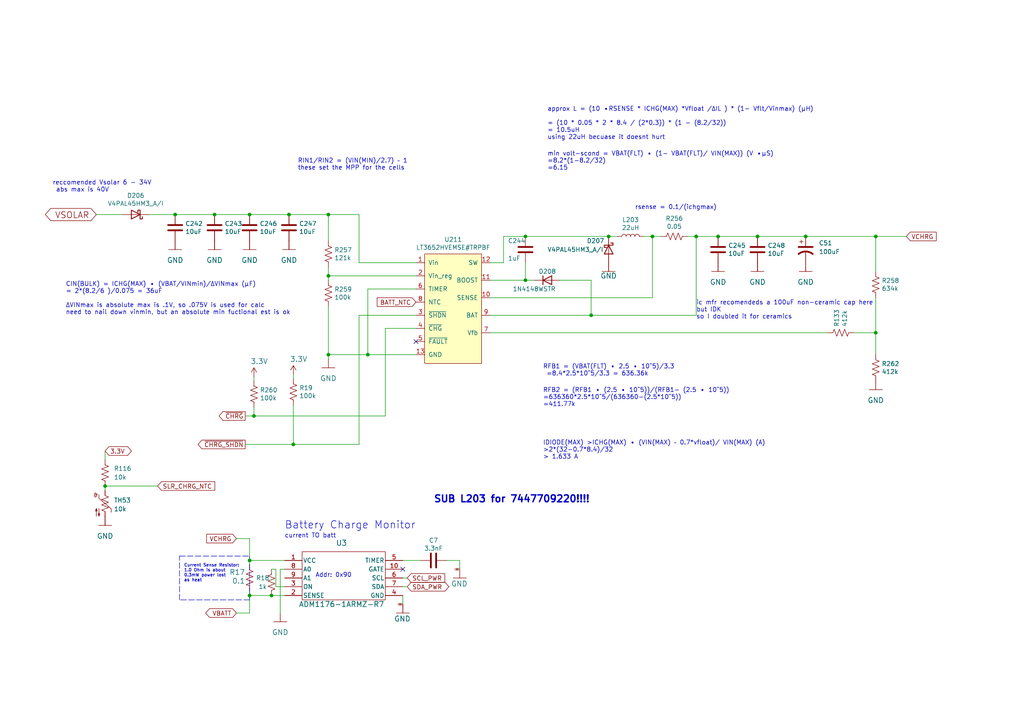
<source format=kicad_sch>
(kicad_sch (version 20211123) (generator eeschema)
  (paper "A4")
  (lib_symbols
    (symbol "Device:C" (pin_numbers hide) (pin_names (offset 0.254))
      (property "Reference" "C" (at 0.635 2.54 0))
      (property "Value" "C" (at 0.635 -2.54 0))
      (symbol "C_0_1"
        (polyline (pts (xy -2.032 -0.762) (xy 2.032 -0.762)) (stroke (width 0.508)))
        (polyline (pts (xy -2.032 0.762) (xy 2.032 0.762)) (stroke (width 0.508)))
      )
      (symbol "C_1_1"
        (pin passive line (at 0 3.81 270) (length 2.794) (name "~") (number "1"))
        (pin passive line (at 0 -3.81 90) (length 2.794) (name "~") (number "2"))
      )
    )
    (symbol "Device:C_Polarized_US" (pin_numbers hide) (pin_names (offset 0.254) hide)
      (property "Reference" "C" (at 0.635 2.54 0))
      (property "Value" "C_Polarized_US" (at 0.635 -2.54 0))
      (symbol "C_Polarized_US_0_1"
        (polyline (pts (xy -2.032 0.762) (xy 2.032 0.762)) (stroke (width 0.508)))
        (polyline (pts (xy -1.778 2.286) (xy -0.762 2.286)))
        (polyline (pts (xy -1.27 1.778) (xy -1.27 2.794)))
        (arc (start 2.032 -1.27) (mid 0 -0.5572) (end -2.032 -1.27) (stroke (width 0.508)))
      )
      (symbol "C_Polarized_US_1_1"
        (pin passive line (at 0 3.81 270) (length 2.794) (name "~") (number "1"))
        (pin passive line (at 0 -3.81 90) (length 3.302) (name "~") (number "2"))
      )
    )
    (symbol "Device:L" (pin_numbers hide) (pin_names (offset 1.016) hide)
      (property "Reference" "L" (at -1.27 0 90))
      (property "Value" "L" (at 1.905 0 90))
      (symbol "L_0_1"
        (arc (start 0 -2.54) (mid 0.635 -1.905) (end 0 -1.27))
        (arc (start 0 -1.27) (mid 0.635 -0.635) (end 0 0))
        (arc (start 0 0) (mid 0.635 0.635) (end 0 1.27))
        (arc (start 0 1.27) (mid 0.635 1.905) (end 0 2.54))
      )
      (symbol "L_1_1"
        (pin passive line (at 0 3.81 270) (length 1.27) (name "1") (number "1"))
        (pin passive line (at 0 -3.81 90) (length 1.27) (name "2") (number "2"))
      )
    )
    (symbol "Device:R_US" (pin_numbers hide) (pin_names (offset 0))
      (property "Reference" "R" (at 2.54 0 90))
      (property "Value" "R_US" (at -2.54 0 90))
      (symbol "R_US_0_1"
        (polyline (pts (xy 0 -2.286) (xy 0 -2.54)))
        (polyline (pts (xy 0 2.286) (xy 0 2.54)))
        (polyline (pts (xy 0 -0.762) (xy 1.016 -1.143) (xy 0 -1.524) (xy -1.016 -1.905) (xy 0 -2.286)))
        (polyline (pts (xy 0 0.762) (xy 1.016 0.381) (xy 0 0) (xy -1.016 -0.381) (xy 0 -0.762)))
        (polyline (pts (xy 0 2.286) (xy 1.016 1.905) (xy 0 1.524) (xy -1.016 1.143) (xy 0 0.762)))
      )
      (symbol "R_US_1_1"
        (pin passive line (at 0 3.81 270) (length 1.27) (name "~") (number "1"))
        (pin passive line (at 0 -3.81 90) (length 1.27) (name "~") (number "2"))
      )
    )
    (symbol "Device:Thermistor_NTC_US" (pin_numbers hide) (pin_names (offset 0))
      (property "Reference" "TH" (at -4.445 0 90))
      (property "Value" "Thermistor_NTC_US" (at 3.175 0 90))
      (symbol "Thermistor_NTC_US_0_1"
        (arc (start -3.048 2.159) (mid -3.0495 2.3143) (end -3.175 2.413))
        (arc (start -3.048 2.159) (mid -2.9736 1.9794) (end -2.794 1.905))
        (arc (start -3.048 2.794) (mid -2.9736 2.6144) (end -2.794 2.54))
        (arc (start -2.794 1.905) (mid -2.6144 1.9794) (end -2.54 2.159))
        (arc (start -2.794 2.54) (mid -2.4393 2.5587) (end -2.159 2.794))
        (arc (start -2.794 3.048) (mid -2.9736 2.9736) (end -3.048 2.794))
        (arc (start -2.54 2.794) (mid -2.6144 2.9736) (end -2.794 3.048))
        (polyline (pts (xy -2.54 2.159) (xy -2.54 2.794)))
        (polyline (pts (xy 0 -2.286) (xy 0 -2.54)))
        (polyline (pts (xy 0 2.286) (xy 0 2.54)))
        (polyline (pts (xy -1.778 2.54) (xy -1.778 1.524) (xy 1.778 -1.524) (xy 1.778 -2.54)))
        (polyline (pts (xy 0 -0.762) (xy 1.016 -1.143) (xy 0 -1.524) (xy -1.016 -1.905) (xy 0 -2.286)))
        (polyline (pts (xy 0 0.762) (xy 1.016 0.381) (xy 0 0) (xy -1.016 -0.381) (xy 0 -0.762)))
        (polyline (pts (xy 0 2.286) (xy 1.016 1.905) (xy 0 1.524) (xy -1.016 1.143) (xy 0 0.762)))
        (polyline (pts (xy -2.54 -3.683) (xy -2.54 -1.397) (xy -2.794 -2.159) (xy -2.286 -2.159) (xy -2.54 -1.397) (xy -2.54 -1.651)) (fill (type outline)))
        (polyline (pts (xy -1.778 -1.397) (xy -1.778 -3.683) (xy -2.032 -2.921) (xy -1.524 -2.921) (xy -1.778 -3.683) (xy -1.778 -3.429)) (fill (type outline)))
      )
      (symbol "Thermistor_NTC_US_1_1"
        (pin passive line (at 0 3.81 270) (length 1.27) (name "~") (number "1"))
        (pin passive line (at 0 -3.81 90) (length 1.27) (name "~") (number "2"))
      )
    )
    (symbol "mainboard-rescue:D-Device-mainboard-rescue" (pin_numbers hide) (pin_names (offset 1.016) hide)
      (property "Reference" "D" (at 0 2.54 0))
      (property "Value" "D-Device-mainboard-rescue" (at 0 -2.54 0))
      (symbol "D-Device-mainboard-rescue_0_1"
        (polyline (pts (xy -1.27 1.27) (xy -1.27 -1.27)) (stroke (width 0.254)))
        (polyline (pts (xy 1.27 0) (xy -1.27 0)))
        (polyline (pts (xy 1.27 1.27) (xy 1.27 -1.27) (xy -1.27 0) (xy 1.27 1.27)) (stroke (width 0.254)))
      )
      (symbol "D-Device-mainboard-rescue_1_1"
        (pin passive line (at -3.81 0 0) (length 2.54) (name "K") (number "1"))
        (pin passive line (at 3.81 0 180) (length 2.54) (name "A") (number "2"))
      )
    )
    (symbol "mainboard-rescue:D_Schottky-Device-mainboard-rescue" (pin_numbers hide) (pin_names (offset 1.016) hide)
      (property "Reference" "D" (at 0 2.54 0))
      (property "Value" "D_Schottky-Device-mainboard-rescue" (at 0 -2.54 0))
      (symbol "D_Schottky-Device-mainboard-rescue_0_1"
        (polyline (pts (xy 1.27 0) (xy -1.27 0)))
        (polyline (pts (xy 1.27 1.27) (xy 1.27 -1.27) (xy -1.27 0) (xy 1.27 1.27)) (stroke (width 0.254)))
        (polyline (pts (xy -1.905 0.635) (xy -1.905 1.27) (xy -1.27 1.27) (xy -1.27 -1.27) (xy -0.635 -1.27) (xy -0.635 -0.635)) (stroke (width 0.254)))
      )
      (symbol "D_Schottky-Device-mainboard-rescue_1_1"
        (pin passive line (at -3.81 0 0) (length 2.54) (name "K") (number "1"))
        (pin passive line (at 3.81 0 180) (length 2.54) (name "A") (number "2"))
      )
    )
    (symbol "mainboard:3.3V" (power) (pin_names (offset 1.016))
      (property "Value" "3.3V" (at -1.016 3.556 0))
      (symbol "3.3V_1_0"
        (polyline (pts (xy 0 2.54) (xy -0.762 1.27)))
        (polyline (pts (xy 0.762 1.27) (xy 0 2.54)))
        (pin power_in line (at 0 0 90) (length 2.54) (name "3.3V") (number "1"))
      )
    )
    (symbol "mainboard:ADM1176-1ARMZ-R7" (pin_names (offset 0.254))
      (property "Reference" "U?" (at 19.05 -10.16 0))
      (property "Value" "ADM1176-1ARMZ-R7" (at 20.32 -26.67 0))
      (symbol "ADM1176-1ARMZ-R7_0_1"
        (rectangle (start 7.62 -11.43) (end 31.75 -25.4))
      )
      (symbol "ADM1176-1ARMZ-R7_1_0"
        (pin unspecified line (at 2.54 -13.97 0) (length 5.08) (name "VCC") (number "1"))
        (pin unspecified line (at 36.83 -16.51 180) (length 5.08) (name "GATE") (number "10"))
        (pin unspecified line (at 2.54 -24.13 0) (length 5.08) (name "SENSE") (number "2"))
        (pin unspecified line (at 2.54 -21.59 0) (length 5.08) (name "ON") (number "3"))
        (pin unspecified line (at 36.83 -24.13 180) (length 5.08) (name "GND") (number "4"))
        (pin unspecified line (at 36.83 -13.97 180) (length 5.08) (name "TIMER") (number "5"))
        (pin unspecified line (at 36.83 -19.05 180) (length 5.08) (name "SCL") (number "6"))
        (pin unspecified line (at 36.83 -21.59 180) (length 5.08) (name "SDA") (number "7"))
        (pin unspecified line (at 2.54 -16.51 0) (length 5.08) (name "A0") (number "8"))
        (pin unspecified line (at 2.54 -19.05 0) (length 5.08) (name "A1") (number "9"))
      )
    )
    (symbol "mainboard:GND" (power) (pin_names (offset 1.016))
      (property "Value" "GND" (at -2.54 -2.54 0))
      (symbol "GND_1_0"
        (polyline (pts (xy -1.905 0) (xy 1.905 0)))
        (pin power_in line (at 0 2.54 270) (length 2.54) (name "GND") (number "1"))
      )
    )
    (symbol "mainboard_SLI:LTC3652HV" (pin_names (offset 1.016))
      (property "Reference" "U" (at 0 3.81 0))
      (property "Value" "LTC3652HV" (at 0 1.27 0))
      (symbol "LTC3652HV_0_1"
        (rectangle (start -8.89 0) (end 7.62 -31.75) (fill (type background)))
      )
      (symbol "LTC3652HV_1_1"
        (pin input line (at -11.43 -2.54 0) (length 2.54) (name "Vin") (number "1"))
        (pin input line (at 10.16 -12.7 180) (length 2.54) (name "SENSE") (number "10"))
        (pin input line (at 10.16 -7.62 180) (length 2.54) (name "BOOST") (number "11"))
        (pin input line (at 10.16 -2.54 180) (length 2.54) (name "SW") (number "12"))
        (pin input line (at -11.43 -29.21 0) (length 2.54) (name "GND") (number "13"))
        (pin input line (at -11.43 -6.35 0) (length 2.54) (name "Vin_reg") (number "2"))
        (pin input line (at -11.43 -17.78 0) (length 2.54) (name "~{SHDN}") (number "3"))
        (pin input line (at -11.43 -21.59 0) (length 2.54) (name "~{CHG}") (number "4"))
        (pin input line (at -11.43 -25.4 0) (length 2.54) (name "~{FAULT}") (number "5"))
        (pin input line (at -11.43 -10.16 0) (length 2.54) (name "TIMER") (number "6"))
        (pin input line (at 10.16 -22.86 180) (length 2.54) (name "Vfb") (number "7"))
        (pin input line (at -11.43 -13.97 0) (length 2.54) (name "NTC") (number "8"))
        (pin input line (at 10.16 -17.78 180) (length 2.54) (name "BAT") (number "9"))
      )
    )
  )
  (junction (at 254 96.52))
  (junction (at 95.25 62.23))
  (junction (at 73.66 120.65))
  (junction (at 72.39 172.72))
  (junction (at 95.25 80.01))
  (junction (at 152.4 81.28))
  (junction (at 171.45 91.44))
  (junction (at 85.09 128.905))
  (junction (at 219.71 68.58))
  (junction (at 189.23 68.58))
  (junction (at 72.39 62.23))
  (junction (at 152.4 68.58))
  (junction (at 201.93 68.58))
  (junction (at 106.68 102.87))
  (junction (at 72.39 162.56))
  (junction (at 176.53 68.58))
  (junction (at 233.68 68.58))
  (junction (at 95.25 102.87))
  (junction (at 30.48 140.97))
  (junction (at 83.82 62.23))
  (junction (at 254 68.58))
  (junction (at 62.23 62.23))
  (junction (at 50.8 62.23))
  (junction (at 208.28 68.58))
  (junction (at 78.74 172.72))
  (no_connect (at 116.84 165.1))
  (no_connect (at 120.65 99.06))
  (wire (pts (xy 162.56 81.28) (xy 171.45 81.28)))
  (wire (pts (xy 30.48 140.97) (xy 45.72 140.97)))
  (wire (pts (xy 104.14 76.2) (xy 120.65 76.2)))
  (wire (pts (xy 154.94 81.28) (xy 152.4 81.28)))
  (wire (pts (xy 81.28 177.8) (xy 81.28 165.1)))
  (wire (pts (xy 72.39 171.45) (xy 72.39 172.72)))
  (wire (pts (xy 118.11 170.18) (xy 116.84 170.18)))
  (wire (pts (xy 80.01 165.1) (xy 78.74 165.1)))
  (wire (pts (xy 68.58 156.21) (xy 72.39 156.21)))
  (wire (pts (xy 219.71 68.58) (xy 233.68 68.58)))
  (wire (pts (xy 189.23 86.36) (xy 189.23 68.58)))
  (wire (pts (xy 30.48 130.81) (xy 30.48 133.35)))
  (polyline (pts (xy 52.07 173.99) (xy 52.07 161.29)))
  (wire (pts (xy 73.66 109.22) (xy 73.66 110.49)))
  (wire (pts (xy 72.39 172.72) (xy 72.39 177.8)))
  (wire (pts (xy 120.65 95.25) (xy 111.76 95.25)))
  (wire (pts (xy 104.14 91.44) (xy 120.65 91.44)))
  (wire (pts (xy 254 96.52) (xy 254 86.36)))
  (wire (pts (xy 152.4 68.58) (xy 146.05 68.58)))
  (wire (pts (xy 106.68 83.82) (xy 106.68 102.87)))
  (wire (pts (xy 142.24 91.44) (xy 171.45 91.44)))
  (wire (pts (xy 62.23 62.23) (xy 72.39 62.23)))
  (wire (pts (xy 146.05 76.2) (xy 142.24 76.2)))
  (wire (pts (xy 201.93 68.58) (xy 199.39 68.58)))
  (wire (pts (xy 142.24 81.28) (xy 152.4 81.28)))
  (wire (pts (xy 121.92 162.56) (xy 116.84 162.56)))
  (wire (pts (xy 83.82 62.23) (xy 95.25 62.23)))
  (wire (pts (xy 95.25 81.28) (xy 95.25 80.01)))
  (wire (pts (xy 95.25 80.01) (xy 95.25 77.47)))
  (wire (pts (xy 43.18 62.23) (xy 50.8 62.23)))
  (wire (pts (xy 95.25 62.23) (xy 104.14 62.23)))
  (wire (pts (xy 104.14 76.2) (xy 104.14 62.23)))
  (wire (pts (xy 80.01 170.18) (xy 80.01 165.1)))
  (wire (pts (xy 142.24 96.52) (xy 240.03 96.52)))
  (polyline (pts (xy 72.39 161.29) (xy 72.39 173.99)))
  (wire (pts (xy 233.68 68.58) (xy 254 68.58)))
  (polyline (pts (xy 72.39 173.99) (xy 52.07 173.99)))
  (wire (pts (xy 85.09 117.475) (xy 85.09 128.905)))
  (wire (pts (xy 171.45 91.44) (xy 201.93 91.44)))
  (wire (pts (xy 186.69 68.58) (xy 189.23 68.58)))
  (wire (pts (xy 95.25 80.01) (xy 120.65 80.01)))
  (wire (pts (xy 129.54 162.56) (xy 133.35 162.56)))
  (wire (pts (xy 50.8 62.23) (xy 62.23 62.23)))
  (wire (pts (xy 201.93 91.44) (xy 201.93 68.58)))
  (wire (pts (xy 85.09 108.585) (xy 85.09 109.855)))
  (wire (pts (xy 81.28 165.1) (xy 82.55 165.1)))
  (wire (pts (xy 106.68 102.87) (xy 120.65 102.87)))
  (wire (pts (xy 72.39 172.72) (xy 78.74 172.72)))
  (wire (pts (xy 27.94 62.23) (xy 35.56 62.23)))
  (wire (pts (xy 152.4 76.2) (xy 152.4 81.28)))
  (wire (pts (xy 72.39 162.56) (xy 82.55 162.56)))
  (wire (pts (xy 78.74 172.72) (xy 82.55 172.72)))
  (wire (pts (xy 30.48 140.97) (xy 30.48 142.24)))
  (wire (pts (xy 72.39 62.23) (xy 83.82 62.23)))
  (wire (pts (xy 146.05 68.58) (xy 146.05 76.2)))
  (wire (pts (xy 73.66 120.65) (xy 71.12 120.65)))
  (wire (pts (xy 104.14 91.44) (xy 104.14 128.905)))
  (wire (pts (xy 73.66 120.65) (xy 111.76 120.65)))
  (polyline (pts (xy 52.07 161.29) (xy 72.39 161.29)))
  (wire (pts (xy 133.35 165.1) (xy 133.35 162.56)))
  (wire (pts (xy 142.24 86.36) (xy 189.23 86.36)))
  (wire (pts (xy 72.39 162.56) (xy 72.39 163.83)))
  (wire (pts (xy 72.39 162.56) (xy 72.39 156.21)))
  (wire (pts (xy 254 68.58) (xy 254 78.74)))
  (wire (pts (xy 95.25 102.87) (xy 95.25 104.14)))
  (wire (pts (xy 111.76 95.25) (xy 111.76 120.65)))
  (wire (pts (xy 73.66 118.11) (xy 73.66 120.65)))
  (wire (pts (xy 247.65 96.52) (xy 254 96.52)))
  (wire (pts (xy 106.68 102.87) (xy 95.25 102.87)))
  (wire (pts (xy 179.07 68.58) (xy 176.53 68.58)))
  (wire (pts (xy 106.68 83.82) (xy 120.65 83.82)))
  (wire (pts (xy 208.28 68.58) (xy 219.71 68.58)))
  (wire (pts (xy 189.23 68.58) (xy 191.77 68.58)))
  (wire (pts (xy 104.14 128.905) (xy 85.09 128.905)))
  (wire (pts (xy 95.25 88.9) (xy 95.25 102.87)))
  (wire (pts (xy 118.11 167.64) (xy 116.84 167.64)))
  (wire (pts (xy 95.25 69.85) (xy 95.25 62.23)))
  (wire (pts (xy 201.93 68.58) (xy 208.28 68.58)))
  (wire (pts (xy 85.09 128.905) (xy 71.12 128.905)))
  (wire (pts (xy 254 68.58) (xy 262.89 68.58)))
  (wire (pts (xy 152.4 68.58) (xy 176.53 68.58)))
  (wire (pts (xy 171.45 81.28) (xy 171.45 91.44)))
  (wire (pts (xy 68.58 177.8) (xy 72.39 177.8)))
  (wire (pts (xy 116.84 175.26) (xy 116.84 172.72)))
  (wire (pts (xy 254 96.52) (xy 254 102.87)))
  (wire (pts (xy 80.01 170.18) (xy 82.55 170.18)))
  (text "Battery Charge Monitor" (at 82.55 153.67 0) (effects (font (size 2.159 2.159)) (justify left bottom)))
  (text "RFB2 = (RFB1 • (2.5 • 10^5))/(RFB1- (2.5 • 10^5)) \n=636360*2.5*10^5/(636360-(2.5*10^5))\n=411.77k" (at 157.48 118.11 0) (effects (font (size 1.27 1.27)) (justify left bottom)))
  (text "reccomended Vsolar 6 - 34V\n abs max is 40V" (at 15.24 55.88 0) (effects (font (size 1.27 1.27)) (justify left bottom)))
  (text "ic mfr recomendeds a 100uF non-ceramic cap here\nbut IDK\nso I doubled it for ceramics" (at 201.93 92.71 0) (effects (font (size 1.27 1.27)) (justify left bottom)))
  (text "SUB L203 for 7447709220!!!!" (at 125.73 146.05 0) (effects (font (size 2 2) (thickness 0.4) bold) (justify left bottom)))
  (text "current TO batt" (at 82.55 156.21 0) (effects (font (size 1.27 1.27)) (justify left bottom)))
  (text "CIN(BULK) = ICHG(MAX) • (VBAT/VINmin)/ΔVINmax (µF) \n= 2*(8.2/6 )/0.075 = 36uF\n\nΔVINmax is absolute max is .1V, so .075V is used for calc\nneed to nail down vinmin, but an absolute min fuctional est is ok" (at 19.05 91.44 0) (effects (font (size 1.27 1.27)) (justify left bottom)))
  (text "IDIODE(MAX) >ICHG(MAX) • (VIN(MAX) – 0.7*vfloat)/ VIN(MAX) (A)\n>2*(32-0.7*8.4)/32\n> 1.633 A" (at 157.48 133.35 0) (effects (font (size 1.27 1.27)) (justify left bottom)))
  (text "RFB1 = (VBAT(FLT) • 2.5 • 10^5)/3.3\n =8.4*2.5*10^5/3.3 = 636.36k" (at 157.48 109.22 0) (effects (font (size 1.27 1.27)) (justify left bottom)))
  (text "RIN1/RIN2 = (VIN(MIN)/2.7) – 1\nthese set the MPP for the cells" (at 86.36 49.53 0) (effects (font (size 1.27 1.27)) (justify left bottom)))
  (text "approx L = (10 •RSENSE * ICHG(MAX) *Vfloat /ΔIL ) * (1- Vflt/Vinmax) (µH)\n\n= (10 * 0.05 * 2 * 8.4 / (2*0.3)) * (1 - (8.2/32))\n= 10.5uH\nusing 22uH becuase it doesnt hurt" (at 158.75 40.64 0) (effects (font (size 1.27 1.27)) (justify left bottom)))
  (text "rsense = 0.1/(ichgmax)" (at 184.15 60.96 0) (effects (font (size 1.27 1.27)) (justify left bottom)))
  (text "Current Sense Resistor:\n1.0 Ohm is about \n0.3mW power lost\nas heat" (at 53.34 168.91 0) (effects (font (size 0.889 0.889)) (justify left bottom)))
  (text "Addr: 0x90" (at 91.44 167.64 0) (effects (font (size 1.27 1.27)) (justify left bottom)))
  (text "min volt-scond = VBAT(FLT) • (1− VBAT(FLT)/ VIN(MAX)) (V •µS)\n=8.2*(1-8.2/32)\n=6.15" (at 158.75 49.53 0) (effects (font (size 1.27 1.27)) (justify left bottom)))
  (global_label "VCHRG" (shape input) (at 262.89 68.58 0) (property "Intersheet References" "${INTERSHEET_REFS}" (effects hide)))
  (global_label "~{CHRG}" (shape output) (at 71.12 120.65 180) (property "Intersheet References" "${INTERSHEET_REFS}" (effects hide)))
  (global_label "SCL_PWR" (shape input) (at 118.11 167.64 0) (property "Intersheet References" "${INTERSHEET_REFS}" (effects hide)))
  (global_label "VCHRG" (shape input) (at 68.58 156.21 180) (property "Intersheet References" "${INTERSHEET_REFS}" (effects hide)))
  (global_label "BATT_NTC" (shape input) (at 120.65 87.63 180) (property "Intersheet References" "${INTERSHEET_REFS}" (effects hide)))
  (global_label "VSOLAR" (shape bidirectional) (at 27.94 62.23 180) (effects (font (size 1.778 1.778))) (property "Intersheet References" "${INTERSHEET_REFS}" (effects hide)))
  (global_label "SDA_PWR" (shape bidirectional) (at 118.11 170.18 0) (property "Intersheet References" "${INTERSHEET_REFS}" (effects hide)))
  (global_label "GND" (shape bidirectional) (at 133.35 165.1 180) (effects (font (size 0.254 0.254))) (property "Intersheet References" "${INTERSHEET_REFS}" (effects hide)))
  (global_label "3.3V" (shape bidirectional) (at 30.48 130.81 0) (property "Intersheet References" "${INTERSHEET_REFS}" (effects hide)))
  (global_label "GND" (shape bidirectional) (at 116.84 175.26 180) (effects (font (size 0.254 0.254))) (property "Intersheet References" "${INTERSHEET_REFS}" (effects hide)))
  (global_label "SLR_CHRG_NTC" (shape input) (at 45.72 140.97 0) (property "Intersheet References" "${INTERSHEET_REFS}" (effects hide)))
  (global_label "VBATT" (shape bidirectional) (at 68.58 177.8 180) (property "Intersheet References" "${INTERSHEET_REFS}" (effects hide)))
  (global_label "~{CHRG_SHDN}" (shape output) (at 71.12 128.905 180) (property "Intersheet References" "${INTERSHEET_REFS}" (effects hide)))
  (symbol (lib_id "mainboard_SLI:LTC3652HV") (at 132.08 73.66 0) (unit 1)
    (property "Reference" "U211" (at 131.445 69.469 0))
    (property "Value" "‎LT3652HVEMSE#TRPBF‎" (at 131.445 71.7804 0))
    (property "Footprint" "Package_SO:MSOP-12-1EP_3x4mm_P0.65mm_EP1.65x2.85mm_ThermalVias" (effects hide))
  )
  (symbol (lib_id "Device:C") (at 50.8 66.04 0) (unit 1)
    (property "Reference" "C242" (at 53.721 64.8716 0) (effects (justify left)))
    (property "Value" "10uF" (at 53.721 67.183 0) (effects (justify left)))
    (property "Footprint" "Capacitor_SMD:C_1210_3225Metric" (effects hide))
    (property "Datasheet" "CNA6P1X7R1H106K250AE" (effects hide))
  )
  (symbol (lib_id "mainboard:GND") (at 50.8 72.39 0) (unit 1)
    (property "Reference" "#GND0201" (effects hide))
    (property "Value" "GND" (at 50.8 75.4634 0) (effects (font (size 1.4986 1.4986))))
  )
  (symbol (lib_id "Device:R_US") (at 73.66 114.3 0) (unit 1)
    (property "Reference" "R260" (at 75.3872 113.1316 0) (effects (justify left)))
    (property "Value" "100k" (at 75.3872 115.443 0) (effects (justify left)))
    (property "Footprint" "Resistor_SMD:R_0603_1608Metric" (effects hide))
  )
  (symbol (lib_id "mainboard:3.3V") (at 73.66 109.22 0) (unit 1)
    (property "Reference" "#P+0201" (effects hide))
    (property "Value" "3.3V" (at 72.644 105.664 0) (effects (font (size 1.4986 1.4986)) (justify left bottom)))
  )
  (symbol (lib_id "Device:R_US") (at 95.25 73.66 0) (unit 1)
    (property "Reference" "R257" (at 96.9772 72.4916 0) (effects (justify left)))
    (property "Value" "121k" (at 96.9772 74.803 0) (effects (justify left)))
    (property "Footprint" "Resistor_SMD:R_0603_1608Metric" (effects hide))
  )
  (symbol (lib_id "Device:R_US") (at 95.25 85.09 0) (unit 1)
    (property "Reference" "R259" (at 96.9772 83.9216 0) (effects (justify left)))
    (property "Value" "100k" (at 96.9772 86.233 0) (effects (justify left)))
    (property "Footprint" "Resistor_SMD:R_0603_1608Metric" (effects hide))
  )
  (symbol (lib_id "mainboard:GND") (at 95.25 106.68 0) (unit 1)
    (property "Reference" "#GND0208" (effects hide))
    (property "Value" "GND" (at 95.25 109.7534 0) (effects (font (size 1.4986 1.4986))))
  )
  (symbol (lib_id "Device:C") (at 152.4 72.39 0) (unit 1)
    (property "Reference" "C244" (at 147.32 69.85 0) (effects (justify left)))
    (property "Value" "1uF" (at 147.32 74.93 0) (effects (justify left)))
    (property "Footprint" "Capacitor_SMD:C_0603_1608Metric" (effects hide))
  )
  (symbol (lib_id "mainboard-rescue:D_Schottky-Device-mainboard-rescue") (at 176.53 72.39 270) (unit 1)
    (property "Reference" "D207" (at 170.18 69.85 90) (effects (justify left)))
    (property "Value" "V4PAL45HM3_A/I" (at 158.75 72.39 90) (effects (justify left)))
    (property "Footprint" "mainboard-SLI:SMPA" (effects hide))
  )
  (symbol (lib_id "Device:L") (at 182.88 68.58 270) (mirror x) (unit 1)
    (property "Reference" "L203" (at 182.88 63.754 90))
    (property "Value" "22uH" (at 182.88 66.0654 90))
    (property "Footprint" "Inductor_SMD:L_Wuerth_WE-PD-Typ-LS" (effects hide))
    (property "Datasheet" "7447709220" (effects hide))
  )
  (symbol (lib_id "mainboard:GND") (at 176.53 78.74 0) (unit 1)
    (property "Reference" "#GND0203" (effects hide))
    (property "Value" "GND" (at 176.53 80.01 0) (effects (font (size 1.4986 1.4986))))
  )
  (symbol (lib_id "Device:R_US") (at 195.58 68.58 270) (unit 1)
    (property "Reference" "R256" (at 195.58 63.373 90))
    (property "Value" "0.05" (at 195.58 65.6844 90))
    (property "Footprint" "Resistor_SMD:R_1206_3216Metric" (effects hide))
    (property "Datasheet" "WSLP1206R0500DEA" (effects hide))
  )
  (symbol (lib_id "Device:R_US") (at 254 82.55 0) (unit 1)
    (property "Reference" "R258" (at 255.7272 81.3816 0) (effects (justify left)))
    (property "Value" "634k" (at 255.7272 83.693 0) (effects (justify left)))
    (property "Footprint" "Resistor_SMD:R_0603_1608Metric" (effects hide))
  )
  (symbol (lib_id "Device:R_US") (at 254 106.68 0) (unit 1)
    (property "Reference" "R262" (at 255.7272 105.5116 0) (effects (justify left)))
    (property "Value" "412k" (at 255.7272 107.823 0) (effects (justify left)))
    (property "Footprint" "Resistor_SMD:R_0603_1608Metric" (effects hide))
  )
  (symbol (lib_id "mainboard:GND") (at 254 113.03 0) (unit 1)
    (property "Reference" "#GND0209" (effects hide))
    (property "Value" "GND" (at 254 116.1034 0) (effects (font (size 1.4986 1.4986))))
  )
  (symbol (lib_id "Device:C") (at 208.28 72.39 0) (unit 1)
    (property "Reference" "C245" (at 211.201 71.2216 0) (effects (justify left)))
    (property "Value" "10uF" (at 211.201 73.533 0) (effects (justify left)))
    (property "Footprint" "Capacitor_SMD:C_1210_3225Metric" (effects hide))
    (property "Datasheet" "CNA6P1X7R1H106K250AE" (effects hide))
  )
  (symbol (lib_id "mainboard:GND") (at 208.28 78.74 0) (unit 1)
    (property "Reference" "#GND0204" (effects hide))
    (property "Value" "GND" (at 208.28 81.8134 0) (effects (font (size 1.4986 1.4986))))
  )
  (symbol (lib_id "mainboard-rescue:D-Device-mainboard-rescue") (at 158.75 81.28 0) (unit 1)
    (property "Reference" "D208" (at 158.75 78.74 0))
    (property "Value" "1N4148WSTR" (at 154.94 83.82 0))
    (property "Footprint" "Diode_SMD:D_SOD-323" (effects hide))
  )
  (symbol (lib_id "mainboard:GND") (at 219.71 78.74 0) (unit 1)
    (property "Reference" "#GND0104" (effects hide))
    (property "Value" "GND" (at 219.71 81.8134 0) (effects (font (size 1.4986 1.4986))))
  )
  (symbol (lib_id "Device:C") (at 62.23 66.04 0) (unit 1)
    (property "Reference" "C243" (at 65.151 64.8716 0) (effects (justify left)))
    (property "Value" "10uF" (at 65.151 67.183 0) (effects (justify left)))
    (property "Footprint" "Capacitor_SMD:C_1210_3225Metric" (effects hide))
    (property "Datasheet" "CNA6P1X7R1H106K250AE" (effects hide))
  )
  (symbol (lib_id "mainboard:GND") (at 62.23 72.39 0) (unit 1)
    (property "Reference" "#GND0167" (effects hide))
    (property "Value" "GND" (at 62.23 75.4634 0) (effects (font (size 1.4986 1.4986))))
  )
  (symbol (lib_id "Device:C") (at 72.39 66.04 0) (unit 1)
    (property "Reference" "C246" (at 75.311 64.8716 0) (effects (justify left)))
    (property "Value" "10uF" (at 75.311 67.183 0) (effects (justify left)))
    (property "Footprint" "Capacitor_SMD:C_1210_3225Metric" (effects hide))
    (property "Datasheet" "CNA6P1X7R1H106K250AE" (effects hide))
  )
  (symbol (lib_id "mainboard:GND") (at 72.39 72.39 0) (unit 1)
    (property "Reference" "#GND0168" (effects hide))
    (property "Value" "GND" (at 72.39 75.4634 0) (effects (font (size 1.4986 1.4986))))
  )
  (symbol (lib_id "Device:C") (at 83.82 66.04 0) (unit 1)
    (property "Reference" "C247" (at 86.741 64.8716 0) (effects (justify left)))
    (property "Value" "10uF" (at 86.741 67.183 0) (effects (justify left)))
    (property "Footprint" "Capacitor_SMD:C_1210_3225Metric" (effects hide))
    (property "Datasheet" "CNA6P1X7R1H106K250AE" (effects hide))
  )
  (symbol (lib_id "mainboard:GND") (at 83.82 72.39 0) (unit 1)
    (property "Reference" "#GND0169" (effects hide))
    (property "Value" "GND" (at 83.82 75.4634 0) (effects (font (size 1.4986 1.4986))))
  )
  (symbol (lib_id "mainboard-rescue:D_Schottky-Device-mainboard-rescue") (at 39.37 62.23 180) (unit 1)
    (property "Reference" "D206" (at 39.37 56.7182 0))
    (property "Value" "V4PAL45HM3_A/I" (at 39.37 59.0296 0))
    (property "Footprint" "mainboard-SLI:SMPA" (effects hide))
  )
  (symbol (lib_id "Device:C") (at 219.71 72.39 0) (unit 1)
    (property "Reference" "C248" (at 222.631 71.2216 0) (effects (justify left)))
    (property "Value" "10uF" (at 222.631 73.533 0) (effects (justify left)))
    (property "Footprint" "Capacitor_SMD:C_1210_3225Metric" (effects hide))
    (property "Datasheet" "CNA6P1X7R1H106K250AE" (effects hide))
  )
  (symbol (lib_id "mainboard:GND") (at 116.84 177.8 0) (unit 1)
    (property "Reference" "#GND0113" (effects hide))
    (property "Value" "GND" (at 114.3 180.34 0) (effects (font (size 1.4986 1.4986)) (justify left bottom)))
  )
  (symbol (lib_id "mainboard:3.3V") (at 85.09 108.585 0) (unit 1)
    (property "Reference" "#P+0103" (effects hide))
    (property "Value" "3.3V" (at 84.074 105.029 0) (effects (font (size 1.4986 1.4986)) (justify left bottom)))
  )
  (symbol (lib_id "Device:R_US") (at 78.74 168.91 0) (mirror x) (unit 1)
    (property "Reference" "R18" (at 76.2 167.64 0))
    (property "Value" "1k" (at 76.2 170.18 0))
    (property "Footprint" "Resistor_SMD:R_0603_1608Metric" (effects hide))
  )
  (symbol (lib_id "mainboard:GND") (at 81.28 180.34 0) (unit 1)
    (property "Reference" "#GND0112" (effects hide))
    (property "Value" "GND" (at 81.28 183.4134 0) (effects (font (size 1.4986 1.4986))))
  )
  (symbol (lib_id "mainboard:GND") (at 133.35 167.64 0) (unit 1)
    (property "Reference" "#GND0111" (effects hide))
    (property "Value" "GND" (at 130.81 170.18 0) (effects (font (size 1.4986 1.4986)) (justify left bottom)))
  )
  (symbol (lib_id "Device:R_US") (at 30.48 137.16 0) (unit 1)
    (property "Reference" "R116" (at 33.02 135.8899 0) (effects (justify left)))
    (property "Value" "10k" (at 33.02 138.4299 0) (effects (justify left)))
    (property "Footprint" "Resistor_SMD:R_0603_1608Metric" (effects hide))
  )
  (symbol (lib_id "Device:C_Polarized_US") (at 233.68 72.39 0) (unit 1)
    (property "Reference" "C51" (at 237.49 70.4849 0) (effects (justify left)))
    (property "Value" "100uF" (at 237.49 73.0249 0) (effects (justify left)))
    (property "Footprint" "Capacitor_Tantalum_SMD:CP_EIA-7343-43_Kemet-X" (effects hide))
    (property "Datasheet" "T498X107K016ATE075" (effects hide))
  )
  (symbol (lib_id "mainboard:GND") (at 233.68 78.74 0) (unit 1)
    (property "Reference" "#GND0155" (effects hide))
    (property "Value" "GND" (at 233.68 81.8134 0) (effects (font (size 1.4986 1.4986))))
  )
  (symbol (lib_id "Device:R_US") (at 243.84 96.52 90) (unit 1)
    (property "Reference" "R133" (at 242.6716 94.7928 0) (effects (justify left)))
    (property "Value" "412k" (at 244.983 94.7928 0) (effects (justify left)))
    (property "Footprint" "Resistor_SMD:R_0603_1608Metric" (effects hide))
  )
  (symbol (lib_id "Device:Thermistor_NTC_US") (at 30.48 146.05 0) (unit 1)
    (property "Reference" "TH53" (at 33.02 145.0974 0) (effects (justify left)))
    (property "Value" "10k" (at 33.02 147.6374 0) (effects (justify left)))
    (property "Footprint" "Resistor_SMD:R_0603_1608Metric" (effects hide))
  )
  (symbol (lib_id "mainboard:ADM1176-1ARMZ-R7") (at 80.01 148.59 0) (unit 1)
    (property "Reference" "U3" (at 99.06 157.48 0) (effects (font (size 1.524 1.524))))
    (property "Value" "ADM1176-1ARMZ-R7" (at 99.06 175.26 0) (effects (font (size 1.524 1.524))))
    (property "Footprint" "mainboard:ADM1176-1ARMZ-R7" (effects hide))
    (property "Datasheet" "https://www.analog.com/media/en/technical-documentation/data-sheets/ADM1176.pdf" (effects hide))
    (property "Description" "Power Monitor" (effects hide))
    (property "Flight" "ADM1176-1ARMZ-R7" (effects hide))
    (property "Manufacturer_Name" "Analog Devices Inc." (effects hide))
    (property "Manufacturer_Part_Number" "ADM1176-1ARMZ-R7" (effects hide))
    (property "Proto" "ADM1176-1ARMZ-R7" (effects hide))
  )
  (symbol (lib_id "mainboard:GND") (at 30.48 152.4 0) (unit 1)
    (property "Reference" "#GND0150" (effects hide))
    (property "Value" "GND" (at 30.48 155.4734 0) (effects (font (size 1.4986 1.4986))))
  )
  (symbol (lib_id "Device:C") (at 125.73 162.56 270) (unit 1)
    (property "Reference" "C7" (at 125.73 156.7434 90))
    (property "Value" "3.3nF" (at 125.73 159.0548 90))
    (property "Footprint" "Capacitor_SMD:C_0603_1608Metric" (effects hide))
  )
  (symbol (lib_id "Device:R_US") (at 72.39 167.64 180) (unit 1)
    (property "Reference" "R17" (at 71.12 165.1 0) (effects (font (size 1.4986 1.4986)) (justify left bottom)))
    (property "Value" "0.1" (at 71.12 167.64 0) (effects (font (size 1.4986 1.4986)) (justify left bottom)))
    (property "Footprint" "Resistor_SMD:R_2512_6332Metric" (effects hide))
  )
  (symbol (lib_id "Device:R_US") (at 85.09 113.665 0) (unit 1)
    (property "Reference" "R19" (at 86.8172 112.4966 0) (effects (justify left)))
    (property "Value" "100k" (at 86.8172 114.808 0) (effects (justify left)))
    (property "Footprint" "Resistor_SMD:R_0603_1608Metric" (effects hide))
  )
)
</source>
